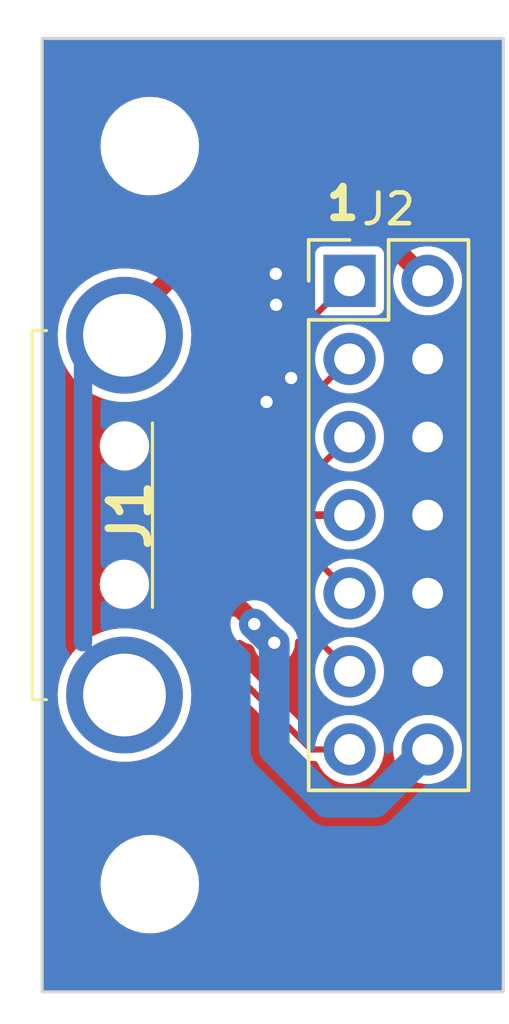
<source format=kicad_pcb>
(kicad_pcb (version 20221018) (generator pcbnew)
  (layers (0 "F.Cu" signal) (31 "B.Cu" signal) (34 "B.Paste" user) (35 "F.Paste" user) (36 "B.SilkS" user "B.Silkscreen") (37 "F.SilkS" user "F.Silkscreen") (38 "B.Mask" user) (39 "F.Mask" user) (44 "Edge.Cuts" user))
  (net 0 "")
  (net 1 "/VBUS")
  (net 2 "/D-")
  (net 3 "/D+")
  (net 4 "/SSRX-")
  (net 5 "/SSRX+")
  (net 6 "/DRAIN")
  (net 7 "/SSTX-")
  (net 8 "/SSTX+")
  (net 9 "/SHIELD")
  (net 10 "GND")
  (footprint "MountingHole:MountingHole_2.7mm_M2.5" (layer "F.Cu") (at 150 106.6)
    (fp_text reference "H2" hide)
    (fp_text value "M2.5")
    (pad "" np_thru_hole circle (at 0 0) (size 2.7 2.7) (drill 2.7) (layers "*.Cu" "*.Mask"))
  )
  (footprint "MountingHole:MountingHole_2.7mm_M2.5" (layer "F.Cu") (at 150 82.6)
    (fp_text reference "H1" hide)
    (fp_text value "M2.5")
    (pad "" np_thru_hole circle (at 0 0) (size 2.7 2.7) (drill 2.7) (layers "*.Cu" "*.Mask"))
  )
  (footprint "Connector_PinHeader_2.54mm:PinHeader_2x07_P2.54mm_Vertical" (layer "F.Cu") (at 156.5 86.98)
    (fp_text reference "J2" (at 1.27 -2.33) (layer "F.SilkS"))
    (fp_text value "02x07")
    (fp_line (start -1.33 -1.33) (end 0 -1.33) (stroke (width 0.12)) (layer "F.SilkS"))
    (fp_line (start -1.33 0) (end -1.33 -1.33) (stroke (width 0.12)) (layer "F.SilkS"))
    (fp_line (start -1.33 1.27) (end -1.33 16.57) (stroke (width 0.12)) (layer "F.SilkS"))
    (fp_line (start -1.33 1.27) (end 1.27 1.27) (stroke (width 0.12)) (layer "F.SilkS"))
    (fp_line (start -1.33 16.57) (end 3.87 16.57) (stroke (width 0.12)) (layer "F.SilkS"))
    (fp_line (start 1.27 -1.33) (end 3.87 -1.33) (stroke (width 0.12)) (layer "F.SilkS"))
    (fp_line (start 1.27 1.27) (end 1.27 -1.33) (stroke (width 0.12)) (layer "F.SilkS"))
    (fp_line (start 3.87 -1.33) (end 3.87 16.57) (stroke (width 0.12)) (layer "F.SilkS"))
    (pad "1" thru_hole rect (at 0 0) (size 1.7 1.7) (drill 1) (layers "*.Cu" "*.Mask") (net 4 "/SSRX-"))
    (pad "2" thru_hole oval (at 2.54 0) (size 1.7 1.7) (drill 1) (layers "*.Cu" "*.Mask") (net 9 "/SHIELD"))
    (pad "3" thru_hole oval (at 0 2.54) (size 1.7 1.7) (drill 1) (layers "*.Cu" "*.Mask") (net 5 "/SSRX+"))
    (pad "4" thru_hole oval (at 2.54 2.54) (size 1.7 1.7) (drill 1) (layers "*.Cu" "*.Mask") (net 10 "GND"))
    (pad "5" thru_hole oval (at 0 5.08) (size 1.7 1.7) (drill 1) (layers "*.Cu" "*.Mask") (net 3 "/D+"))
    (pad "6" thru_hole oval (at 2.54 5.08) (size 1.7 1.7) (drill 1) (layers "*.Cu" "*.Mask") (net 10 "GND"))
    (pad "7" thru_hole oval (at 0 7.62) (size 1.7 1.7) (drill 1) (layers "*.Cu" "*.Mask") (net 6 "/DRAIN"))
    (pad "8" thru_hole oval (at 2.54 7.62) (size 1.7 1.7) (drill 1) (layers "*.Cu" "*.Mask") (net 10 "GND"))
    (pad "9" thru_hole oval (at 0 10.16) (size 1.7 1.7) (drill 1) (layers "*.Cu" "*.Mask") (net 2 "/D-"))
    (pad "10" thru_hole oval (at 2.54 10.16) (size 1.7 1.7) (drill 1) (layers "*.Cu" "*.Mask") (net 10 "GND"))
    (pad "11" thru_hole oval (at 0 12.7) (size 1.7 1.7) (drill 1) (layers "*.Cu" "*.Mask") (net 7 "/SSTX-"))
    (pad "12" thru_hole oval (at 2.54 12.7) (size 1.7 1.7) (drill 1) (layers "*.Cu" "*.Mask") (net 10 "GND"))
    (pad "13" thru_hole oval (at 0 15.24) (size 1.7 1.7) (drill 1) (layers "*.Cu" "*.Mask") (net 8 "/SSTX+"))
    (pad "14" thru_hole oval (at 2.54 15.24) (size 1.7 1.7) (drill 1) (layers "*.Cu" "*.Mask") (net 1 "/VBUS"))
  )
  (footprint "mouser:692112030100" (layer "F.Cu") (at 149.352 94.6 -90)
    (fp_text reference "J1" (at 0 0 -90) (layer "F.SilkS") (effects (font (size 1.27 1.27) (thickness 0.254))))
    (fp_text value "692112030100" hide)
    (fp_line (start -6 2.715) (end -6 3.175) (stroke (width 0.1)) (layer "F.SilkS"))
    (fp_line (start -6 3.175) (end 6 3.175) (stroke (width 0.1)) (layer "F.SilkS"))
    (fp_line (start -3 -0.735) (end 3 -0.735) (stroke (width 0.1)) (layer "F.SilkS"))
    (fp_line (start 6 3.175) (end 6 2.715) (stroke (width 0.1)) (layer "F.SilkS"))
    (pad "" np_thru_hole circle (at -2.25 0.175 270) (size 0.001 0.001) (drill 1.1) (layers "*.Cu" "*.Mask"))
    (pad "" np_thru_hole circle (at 2.25 0.175 270) (size 0.001 0.001) (drill 1.1) (layers "*.Cu" "*.Mask"))
    (pad "1" smd rect (at 3 -2.275 270) (size 0.7 1.8) (layers "F.Cu" "F.Paste" "F.Mask") (net 1 "/VBUS"))
    (pad "2" smd rect (at 1 -2.275 270) (size 0.7 1.8) (layers "F.Cu" "F.Paste" "F.Mask") (net 2 "/D-"))
    (pad "3" smd rect (at -1 -2.275 270) (size 0.7 1.8) (layers "F.Cu" "F.Paste" "F.Mask") (net 3 "/D+"))
    (pad "4" smd rect (at -3 -2.275 270) (size 0.7 1.8) (layers "F.Cu" "F.Paste" "F.Mask") (net 10 "GND"))
    (pad "5" smd rect (at -4 -2.275 270) (size 0.7 1.8) (layers "F.Cu" "F.Paste" "F.Mask") (net 4 "/SSRX-"))
    (pad "6" smd rect (at -2 -2.275 270) (size 0.7 1.8) (layers "F.Cu" "F.Paste" "F.Mask") (net 5 "/SSRX+"))
    (pad "7" smd rect (at 0 -2.275 270) (size 0.7 1.8) (layers "F.Cu" "F.Paste" "F.Mask") (net 6 "/DRAIN"))
    (pad "8" smd rect (at 2 -2.275 270) (size 0.7 1.8) (layers "F.Cu" "F.Paste" "F.Mask") (net 7 "/SSTX-"))
    (pad "9" smd rect (at 4 -2.275 270) (size 0.7 1.8) (layers "F.Cu" "F.Paste" "F.Mask") (net 8 "/SSTX+"))
    (pad "10" thru_hole circle (at -5.85 0.175 270) (size 3.8 3.8) (drill 2.6926) (layers "*.Cu" "*.Mask") (net 9 "/SHIELD"))
    (pad "11" thru_hole circle (at 5.85 0.175 270) (size 3.8 3.8) (drill 2.6926) (layers "*.Cu" "*.Mask") (net 9 "/SHIELD"))
  )
  (gr_rect (start 146.5 79.1) (end 161.5 110.1) (stroke (width 0.1)) (fill none) (layer "Edge.Cuts"))
  (gr_text "1" (at 155.64 85.05) (layer "F.SilkS") (effects (font (size 1 1) (thickness 0.25) bold) (justify left bottom)))
  (segment (start 153.4 98.14) (end 153.439998 98.14) (width 0.6) (layer "F.Cu") (net 1))
  (segment (start 153.4 98.1) (end 153.4 98.14) (width 0.6) (layer "F.Cu") (net 1))
  (segment (start 152.9 97.6) (end 153.4 98.1) (width 0.6) (layer "F.Cu") (net 1))
  (segment (start 151.627 97.6) (end 152.9 97.6) (width 0.6) (layer "F.Cu") (net 1))
  (segment (start 153.439998 98.14) (end 154.05 98.750002) (width 0.6) (layer "F.Cu") (net 1))
  (via (at 153.4 98.14) (size 0.8) (drill 0.4) (layers "F.Cu" "B.Cu") (net 1))
  (via (at 154.05 98.750002) (size 0.8) (drill 0.4) (layers "F.Cu" "B.Cu") (net 1))
  (segment (start 153.98 98.72) (end 153.4 98.14) (width 1) (layer "B.Cu") (net 1))
  (segment (start 155.78 103.94) (end 154.05 102.21) (width 1) (layer "B.Cu") (net 1))
  (segment (start 154.05 102.21) (end 154.05 98.750002) (width 1) (layer "B.Cu") (net 1))
  (segment (start 159.04 102.22) (end 157.32 103.94) (width 1) (layer "B.Cu") (net 1))
  (segment (start 157.32 103.94) (end 155.78 103.94) (width 1) (layer "B.Cu") (net 1))
  (segment (start 151.627 95.6) (end 154.96 95.6) (width 0.2) (layer "F.Cu") (net 2))
  (segment (start 154.96 95.6) (end 156.5 97.14) (width 0.2) (layer "F.Cu") (net 2))
  (segment (start 151.627 93.6) (end 154.96 93.6) (width 0.2) (layer "F.Cu") (net 3))
  (segment (start 154.96 93.6) (end 156.5 92.06) (width 0.2) (layer "F.Cu") (net 3))
  (segment (start 151.627 90.6) (end 152.88 90.6) (width 0.2) (layer "F.Cu") (net 4))
  (segment (start 152.88 90.6) (end 156.5 86.98) (width 0.2) (layer "F.Cu") (net 4))
  (segment (start 151.627 92.6) (end 153.42 92.6) (width 0.2) (layer "F.Cu") (net 5))
  (segment (start 153.42 92.6) (end 156.5 89.52) (width 0.2) (layer "F.Cu") (net 5))
  (segment (start 151.627 94.6) (end 156.5 94.6) (width 0.25) (layer "F.Cu") (net 6))
  (segment (start 153.42 96.6) (end 156.5 99.68) (width 0.2) (layer "F.Cu") (net 7))
  (segment (start 151.627 96.6) (end 153.42 96.6) (width 0.2) (layer "F.Cu") (net 7))
  (segment (start 155.247 102.22) (end 156.5 102.22) (width 0.2) (layer "F.Cu") (net 8))
  (segment (start 151.627 98.6) (end 155.247 102.22) (width 0.2) (layer "F.Cu") (net 8))
  (segment (start 149.177 88.384) (end 152.931 84.63) (width 0.6) (layer "F.Cu") (net 9))
  (segment (start 152.931 84.63) (end 156.69 84.63) (width 0.6) (layer "F.Cu") (net 9))
  (segment (start 156.69 84.63) (end 159.04 86.98) (width 0.6) (layer "F.Cu") (net 9))
  (segment (start 149.177 88.384) (end 147.828 89.733) (width 0.25) (layer "B.Cu") (net 9))
  (segment (start 147.828 98.735) (end 149.177 100.084) (width 0.25) (layer "B.Cu") (net 9))
  (segment (start 147.828 89.733) (end 147.828 98.735) (width 0.6) (layer "B.Cu") (net 9))
  (via (at 154.11 87.76) (size 0.8) (drill 0.4) (layers "F.Cu" "B.Cu") (net 10))
  (via (at 153.8 90.92) (size 0.8) (drill 0.4) (layers "F.Cu" "B.Cu") (net 10))
  (via (at 154.6 90.14) (size 0.8) (drill 0.4) (layers "F.Cu" "B.Cu") (net 10))
  (via (at 154.1 86.75) (size 0.8) (drill 0.4) (layers "F.Cu" "B.Cu") (net 10))
  (zone (net 10) (net_name "GND") (layers "F&B.Cu") (connect_pads yes (clearance 0.27)) (min_thickness 0.25) (fill yes (thermal_gap 0.5) (thermal_bridge_width 0.5))
    (polygon (pts (xy 145.674839 77.848301) (xy 161.676839 77.848301) (xy 161.711 111.171) (xy 145.455 111.171)))
  )
)
</source>
